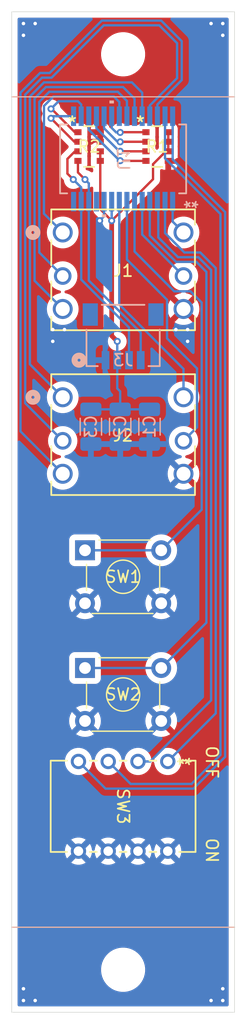
<source format=kicad_pcb>
(kicad_pcb (version 20240108) (generator "pcbnew") (generator_version "8.0")
  (layers (0 "F.Cu" signal) (31 "B.Cu" signal) (34 "B.Paste" user) (35 "F.Paste" user) (36 "B.SilkS" user "B.Silkscreen") (37 "F.SilkS" user "F.Silkscreen") (38 "B.Mask" user) (39 "F.Mask" user) (44 "Edge.Cuts" user))
  (net 0 "")
  (net 1 "/SDA")
  (net 2 "/SCL")
  (net 3 "/ADDR2")
  (net 6 "/ADDR1")
  (net 7 "/ADDR0")
  (net 8 "/JOY1_BTN5")
  (net 9 "/JOY1_BTN1")
  (net 10 "/JOY1_BTN2")
  (net 11 "/JOY1_BTN3")
  (net 12 "/JOY1_BTN4")
  (net 13 "/JOY2_BTN1")
  (net 14 "/JOY2_BTN5")
  (net 15 "/JOY2_BTN4")
  (net 16 "/JOY2_BTN2")
  (net 17 "/JOY2_BTN3")
  (net 18 "/BTN1")
  (net 19 "/BTN2")
  (net 20 "/DIP3")
  (net 21 "/DIP1")
  (net 22 "/DIP2")
  (net 23 "/DIP4")
  (net 24 "/INTB")
  (net 25 "/RESET")
  (net 26 "/INTA")
  (net 27 "/GND")
  (net 28 "/VCC")
  (footprint "Button_Switch_THT:SW_TH_Tactile_Omron_B3F-10xx" (layer "F.Cu") (at 0 -27)
    (property "Reference" "SW2" (at 0 0 0) (layer "F.SilkS"))
    (property "Value" "SW_Omron_B3FS" (hide yes))
    (fp_line (start -3.12 1.15) (end -3.12 -1.05) (stroke (width 0.12)) (layer "F.SilkS"))
    (fp_line (start -2.65 3.12) (end 2.55 3.12) (stroke (width 0.12)) (layer "F.SilkS"))
    (fp_line (start -2.05 -3.12) (end 2.35 -3.12) (stroke (width 0.12)) (layer "F.SilkS"))
    (fp_line (start 3.12 -1.05) (end 3.12 1.15) (stroke (width 0.12)) (layer "F.SilkS"))
    (fp_circle (center 0 0) (end 1 1) (stroke (width 0.12)) (fill none) (layer "F.SilkS"))
    (pad "1" thru_hole rect (at -3.25 -2.25) (size 1.7 1.7) (drill 1) (layers "*.Cu" "*.Mask") (net 19 "/BTN2"))
    (pad "1" thru_hole circle (at 3.25 -2.25) (size 1.7 1.7) (drill 1) (layers "*.Cu" "*.Mask") (net 19 "/BTN2"))
    (pad "2" thru_hole circle (at -3.25 2.25) (size 1.7 1.7) (drill 1) (layers "*.Cu" "*.Mask") (net 27 "/GND"))
    (pad "2" thru_hole circle (at 3.25 2.25) (size 1.7 1.7) (drill 1) (layers "*.Cu" "*.Mask") (net 27 "/GND"))
  )
  (footprint "Button_Switch_THT:SW_TH_Tactile_Omron_B3F-10xx" (layer "F.Cu") (at 0 -37)
    (property "Reference" "SW1" (at 0 0 0) (layer "F.SilkS"))
    (property "Value" "SW_Omron_B3FS" (hide yes))
    (fp_line (start -3.12 1.15) (end -3.12 -1.05) (stroke (width 0.12)) (layer "F.SilkS"))
    (fp_line (start -2.65 3.12) (end 2.55 3.12) (stroke (width 0.12)) (layer "F.SilkS"))
    (fp_line (start -2.05 -3.12) (end 2.35 -3.12) (stroke (width 0.12)) (layer "F.SilkS"))
    (fp_line (start 3.12 -1.05) (end 3.12 1.15) (stroke (width 0.12)) (layer "F.SilkS"))
    (fp_circle (center 0 0) (end 1 1) (stroke (width 0.12)) (fill none) (layer "F.SilkS"))
    (pad "1" thru_hole rect (at -3.25 -2.25) (size 1.7 1.7) (drill 1) (layers "*.Cu" "*.Mask") (net 18 "/BTN1"))
    (pad "1" thru_hole circle (at 3.25 -2.25) (size 1.7 1.7) (drill 1) (layers "*.Cu" "*.Mask") (net 18 "/BTN1"))
    (pad "2" thru_hole circle (at -3.25 2.25) (size 1.7 1.7) (drill 1) (layers "*.Cu" "*.Mask") (net 27 "/GND"))
    (pad "2" thru_hole circle (at 3.25 2.25) (size 1.7 1.7) (drill 1) (layers "*.Cu" "*.Mask") (net 27 "/GND"))
  )
  (footprint "MountingHole:MountingHole_3.5mm" (layer "F.Cu") (at 0 -3.613)
    (property "Reference" "REF**" (hide yes))
    (property "Value" "MountingHole_3.5mm" (hide yes))
    (pad "" np_thru_hole circle (at 0 0) (size 3.5 3.5) (drill 3.5) (layers "F&B.Cu" "*.Mask"))
  )
  (footprint "EXB_V8V103JV:EXBV8V_PAN" (layer "F.Cu") (at 2.9 -73.55)
    (property "Reference" "R1" (at 0 0 0) (layer "F.SilkS"))
    (property "Value" "10k" (hide yes))
    (fp_line (start -0.432758 -1.7272) (end 0.432758 -1.7272) (stroke (width 0.1524)) (layer "F.SilkS"))
    (fp_line (start -0.432758 1.7272) (end 0.432758 1.7272) (stroke (width 0.1524)) (layer "F.SilkS"))
    (fp_text user "*" (at -1.4351 -2.032 0) (layer "F.SilkS"))
    (fp_text user "*" (at -1.4351 -2.032 0) (layer "F.SilkS"))
    (pad "1" smd rect (at -0.9525 -1.2192) (size 0.6096 0.508) (layers "F.Cu" "F.Paste" "F.Mask") (net 26 "/INTA"))
    (pad "2" smd rect (at -0.9525 -0.4064) (size 0.6096 0.508) (layers "F.Cu" "F.Paste" "F.Mask") (net 24 "/INTB"))
    (pad "3" smd rect (at -0.9525 0.4064) (size 0.6096 0.508) (layers "F.Cu" "F.Paste" "F.Mask") (net 25 "/RESET"))
    (pad "4" smd rect (at -0.9525 1.2192) (size 0.6096 0.508) (layers "F.Cu" "F.Paste" "F.Mask") (net 3 "/ADDR2"))
    (pad "5" smd rect (at 0.9525 1.2192) (size 0.6096 0.508) (layers "F.Cu" "F.Paste" "F.Mask") (net 27 "/GND"))
    (pad "6" smd rect (at 0.9525 0.4064) (size 0.6096 0.508) (layers "F.Cu" "F.Paste" "F.Mask") (net 28 "/VCC"))
    (pad "7" smd rect (at 0.9525 -0.4064) (size 0.6096 0.508) (layers "F.Cu" "F.Paste" "F.Mask") (net 28 "/VCC"))
    (pad "8" smd rect (at 0.9525 -1.2192) (size 0.6096 0.508) (layers "F.Cu" "F.Paste" "F.Mask") (net 28 "/VCC"))
  )
  (footprint "SKQUCAA010:CONN_SKQUC_ALPS" (layer "F.Cu") (at 0 -63)
    (property "Reference" "J1" (at 0 0 0) (layer "F.SilkS"))
    (property "Value" "SKQUCAA010" (hide yes))
    (fp_circle (center -7.69 -3.250001) (end -7.309 -3.250001) (stroke (width 0.508)) (fill none) (layer "B.SilkS"))
    (fp_line (start -6.1279 -5.207) (end -6.1279 -3.916871) (stroke (width 0.1524)) (layer "F.SilkS"))
    (fp_line (start -6.1279 -2.583131) (end -6.1279 -0.463165) (stroke (width 0.1524)) (layer "F.SilkS"))
    (fp_line (start -6.1279 0.913165) (end -6.1279 2.583132) (stroke (width 0.1524)) (layer "F.SilkS"))
    (fp_line (start -6.1279 3.916871) (end -6.1279 5.0546) (stroke (width 0.1524)) (layer "F.SilkS"))
    (fp_line (start -6.1279 5.0546) (end 6.1279 5.0546) (stroke (width 0.1524)) (layer "F.SilkS"))
    (fp_line (start 6.1279 -5.207) (end -6.1279 -5.207) (stroke (width 0.1524)) (layer "F.SilkS"))
    (fp_line (start 6.1279 -3.916871) (end 6.1279 -5.207) (stroke (width 0.1524)) (layer "F.SilkS"))
    (fp_line (start 6.1279 -0.463165) (end 6.1279 -2.583131) (stroke (width 0.1524)) (layer "F.SilkS"))
    (fp_line (start 6.1279 2.583132) (end 6.1279 0.913165) (stroke (width 0.1524)) (layer "F.SilkS"))
    (fp_line (start 6.1279 5.0546) (end 6.1279 3.916871) (stroke (width 0.1524)) (layer "F.SilkS"))
    (pad "1" thru_hole circle (at -5.15 -3.250001) (size 1.7018 1.7018) (drill 1.1938) (layers "*.Cu" "*.Mask") (net 9 "/JOY1_BTN1"))
    (pad "2" thru_hole circle (at -5.15 0.45) (size 1.4986 1.4986) (drill 0.9906) (layers "*.Cu" "*.Mask") (net 10 "/JOY1_BTN2"))
    (pad "3" thru_hole circle (at -5.15 3.250001) (size 1.7018 1.7018) (drill 1.1938) (layers "*.Cu" "*.Mask") (net 11 "/JOY1_BTN3"))
    (pad "4" thru_hole circle (at 5.15 3.250001) (size 1.7018 1.7018) (drill 1.1938) (layers "*.Cu" "*.Mask") (net 27 "/GND"))
    (pad "5" thru_hole circle (at 5.15 0.45) (size 1.4986 1.4986) (drill 0.9906) (layers "*.Cu" "*.Mask") (net 12 "/JOY1_BTN4"))
    (pad "6" thru_hole circle (at 5.15 -3.250001) (size 1.7018 1.7018) (drill 1.1938) (layers "*.Cu" "*.Mask") (net 8 "/JOY1_BTN5"))
  )
  (footprint "A6TN_4101:SW_A6TN-4101_OMR" (layer "F.Cu") (at 0 -17.5 -90)
    (property "Reference" "SW3" (at 0 0 -90) (layer "F.SilkS"))
    (property "Value" "A6TN-4101" (hide yes))
    (fp_line (start -3.877 6.177) (end 3.877 6.177) (stroke (width 0.1524)) (layer "F.SilkS"))
    (fp_line (start 3.877 6.177) (end 3.877 4.794513) (stroke (width 0.1524)) (layer "F.SilkS"))
    (fp_line (start -3.877 4.794513) (end -3.877 6.177) (stroke (width 0.1524)) (layer "F.SilkS"))
    (fp_line (start 3.877 2.825487) (end 3.877 2.254513) (stroke (width 0.1524)) (layer "F.SilkS"))
    (fp_line (start -3.877 2.254513) (end -3.877 2.825487) (stroke (width 0.1524)) (layer "F.SilkS"))
    (fp_line (start 3.877 0.285487) (end 3.877 -0.285487) (stroke (width 0.1524)) (layer "F.SilkS"))
    (fp_line (start -3.877 -0.285487) (end -3.877 0.285487) (stroke (width 0.1524)) (layer "F.SilkS"))
    (fp_line (start 3.877 -2.254513) (end 3.877 -2.825487) (stroke (width 0.1524)) (layer "F.SilkS"))
    (fp_line (start -3.877 -2.825487) (end -3.877 -2.254513) (stroke (width 0.1524)) (layer "F.SilkS"))
    (fp_line (start 3.877 -4.794513) (end 3.877 -6.177) (stroke (width 0.1524)) (layer "F.SilkS"))
    (fp_line (start -3.877 -6.177) (end -3.877 -4.794513) (stroke (width 0.1524)) (layer "F.SilkS"))
    (fp_line (start 3.877 -6.177) (end -3.877 -6.177) (stroke (width 0.1524)) (layer "F.SilkS"))
    (fp_text user "ON" (at 3.75 -7.574 -90) (layer "F.SilkS"))
    (fp_text user "*" (at -3.81 -5.22605 -90) (layer "F.SilkS"))
    (fp_text user "OFF" (at -3.75 -7.574 -90) (layer "F.SilkS"))
    (fp_text user "*" (at -3.81 -5.22605 90) (layer "F.SilkS"))
    (pad "1" thru_hole circle (at -3.81 -3.81 270) (size 1.3081 1.3081) (drill 0.8128) (layers "*.Cu" "*.Mask") (net 21 "/DIP1"))
    (pad "2" thru_hole circle (at -3.81 -1.27 270) (size 1.3081 1.3081) (drill 0.8128) (layers "*.Cu" "*.Mask") (net 22 "/DIP2"))
    (pad "3" thru_hole circle (at -3.81 1.27 270) (size 1.3081 1.3081) (drill 0.8128) (layers "*.Cu" "*.Mask") (net 20 "/DIP3"))
    (pad "4" thru_hole circle (at -3.81 3.81 270) (size 1.3081 1.3081) (drill 0.8128) (layers "*.Cu" "*.Mask") (net 23 "/DIP4"))
    (pad "5" thru_hole circle (at 3.81 3.81 270) (size 1.3081 1.3081) (drill 0.8128) (layers "*.Cu" "*.Mask") (net 27 "/GND"))
    (pad "6" thru_hole circle (at 3.81 1.27 270) (size 1.3081 1.3081) (drill 0.8128) (layers "*.Cu" "*.Mask") (net 27 "/GND"))
    (pad "7" thru_hole circle (at 3.81 -1.27 270) (size 1.3081 1.3081) (drill 0.8128) (layers "*.Cu" "*.Mask") (net 27 "/GND"))
    (pad "8" thru_hole circle (at 3.81 -3.81 270) (size 1.3081 1.3081) (drill 0.8128) (layers "*.Cu" "*.Mask") (net 27 "/GND"))
  )
  (footprint "SKQUCAA010:CONN_SKQUC_ALPS" (layer "F.Cu") (at 0 -49)
    (property "Reference" "J2" (at 0 0 0) (layer "F.SilkS"))
    (property "Value" "SKQUCAA010" (hide yes))
    (fp_circle (center -7.69 -3.250001) (end -7.309 -3.250001) (stroke (width 0.508)) (fill none) (layer "B.SilkS"))
    (fp_line (start -6.1279 -5.207) (end -6.1279 -3.916871) (stroke (width 0.1524)) (layer "F.SilkS"))
    (fp_line (start -6.1279 -2.583131) (end -6.1279 -0.463165) (stroke (width 0.1524)) (layer "F.SilkS"))
    (fp_line (start -6.1279 0.913165) (end -6.1279 2.583132) (stroke (width 0.1524)) (layer "F.SilkS"))
    (fp_line (start -6.1279 3.916871) (end -6.1279 5.0546) (stroke (width 0.1524)) (layer "F.SilkS"))
    (fp_line (start -6.1279 5.0546) (end 6.1279 5.0546) (stroke (width 0.1524)) (layer "F.SilkS"))
    (fp_line (start 6.1279 -5.207) (end -6.1279 -5.207) (stroke (width 0.1524)) (layer "F.SilkS"))
    (fp_line (start 6.1279 -3.916871) (end 6.1279 -5.207) (stroke (width 0.1524)) (layer "F.SilkS"))
    (fp_line (start 6.1279 -0.463165) (end 6.1279 -2.583131) (stroke (width 0.1524)) (layer "F.SilkS"))
    (fp_line (start 6.1279 2.583132) (end 6.1279 0.913165) (stroke (width 0.1524)) (layer "F.SilkS"))
    (fp_line (start 6.1279 5.0546) (end 6.1279 3.916871) (stroke (width 0.1524)) (layer "F.SilkS"))
    (pad "1" thru_hole circle (at -5.15 -3.250001) (size 1.7018 1.7018) (drill 1.1938) (layers "*.Cu" "*.Mask") (net 13 "/JOY2_BTN1"))
    (pad "2" thru_hole circle (at -5.15 0.45) (size 1.4986 1.4986) (drill 0.9906) (layers "*.Cu" "*.Mask") (net 16 "/JOY2_BTN2"))
    (pad "3" thru_hole circle (at -5.15 3.250001) (size 1.7018 1.7018) (drill 1.1938) (layers "*.Cu" "*.Mask") (net 17 "/JOY2_BTN3"))
    (pad "4" thru_hole circle (at 5.15 3.250001) (size 1.7018 1.7018) (drill 1.1938) (layers "*.Cu" "*.Mask") (net 27 "/GND"))
    (pad "5" thru_hole circle (at 5.15 0.45) (size 1.4986 1.4986) (drill 0.9906) (layers "*.Cu" "*.Mask") (net 15 "/JOY2_BTN4"))
    (pad "6" thru_hole circle (at 5.15 -3.250001) (size 1.7018 1.7018) (drill 1.1938) (layers "*.Cu" "*.Mask") (net 14 "/JOY2_BTN5"))
  )
  (footprint "EXB_V8V103JV:EXBV8V_PAN" (layer "F.Cu") (at -2.9 -73.55)
    (property "Reference" "R2" (at 0 0 0) (layer "F.SilkS"))
    (property "Value" "5k" (hide yes))
    (fp_line (start -0.432758 -1.7272) (end 0.432758 -1.7272) (stroke (width 0.1524)) (layer "F.SilkS"))
    (fp_line (start -0.432758 1.7272) (end 0.432758 1.7272) (stroke (width 0.1524)) (layer "F.SilkS"))
    (fp_text user "*" (at -1.4351 -2.032 0) (layer "F.SilkS"))
    (fp_text user "*" (at -1.4351 -2.032 0) (layer "F.SilkS"))
    (pad "1" smd rect (at -0.9525 -1.2192) (size 0.6096 0.508) (layers "F.Cu" "F.Paste" "F.Mask") (net 6 "/ADDR1"))
    (pad "2" smd rect (at -0.9525 -0.4064) (size 0.6096 0.508) (layers "F.Cu" "F.Paste" "F.Mask") (net 7 "/ADDR0"))
    (pad "3" smd rect (at -0.9525 0.4064) (size 0.6096 0.508) (layers "F.Cu" "F.Paste" "F.Mask") (net 1 "/SDA"))
    (pad "4" smd rect (at -0.9525 1.2192) (size 0.6096 0.508) (layers "F.Cu" "F.Paste" "F.Mask") (net 2 "/SCL"))
    (pad "5" smd rect (at 0.9525 1.2192) (size 0.6096 0.508) (layers "F.Cu" "F.Paste" "F.Mask") (net 28 "/VCC"))
    (pad "6" smd rect (at 0.9525 0.4064) (size 0.6096 0.508) (layers "F.Cu" "F.Paste" "F.Mask") (net 28 "/VCC"))
    (pad "7" smd rect (at 0.9525 -0.4064) (size 0.6096 0.508) (layers "F.Cu" "F.Paste" "F.Mask") (net 27 "/GND"))
    (pad "8" smd rect (at 0.9525 -1.2192) (size 0.6096 0.508) (layers "F.Cu" "F.Paste" "F.Mask") (net 27 "/GND"))
  )
  (footprint "MountingHole:MountingHole_3.5mm" (layer "F.Cu") (at 0 -81.387)
    (property "Reference" "REF**" (hide yes))
    (property "Value" "MountingHole_3.5mm" (hide yes))
    (pad "" np_thru_hole circle (at 0 0) (size 3.5 3.5) (drill 3.5) (layers "*.Cu" "*.Mask"))
  )
  (footprint "SM04B_SRSS_TB:CONN_SM04B-SRSS-TB_JST" (layer "B.Cu") (at 0 -57.5 180)
    (property "Reference" "J3" (at 0 -2.0985 0) (layer "B.SilkS") (effects (justify mirror)))
    (property "Value" "SM04B-SRSS-TB" (hide yes))
    (fp_line (start 3.1242 0.491261) (end 3.1242 -2.6035) (stroke (width 0.1524)) (layer "B.SilkS"))
    (fp_line (start 3.1242 -2.6035) (end 2.16294 -2.6035) (stroke (width 0.1524)) (layer "B.SilkS"))
    (fp_line (start -1.819559 2.6035) (end 1.819559 2.6035) (stroke (width 0.1524)) (layer "B.SilkS"))
    (fp_line (start -2.16294 -2.6035) (end -3.1242 -2.6035) (stroke (width 0.1524)) (layer "B.SilkS"))
    (fp_line (start -3.1242 -2.6035) (end -3.1242 0.491261) (stroke (width 0.1524)) (layer "B.SilkS"))
    (fp_circle (center 3.7592 -2.0985) (end 4.1402 -2.0985) (stroke (width 0.508)) (fill none) (layer "B.SilkS"))
    (fp_circle (center 3.7592 -2.0985) (end 4.1402 -2.0985) (stroke (width 0.508)) (fill none) (layer "F.SilkS"))
    (pad "1" smd rect (at 1.5 -2.0985 180) (size 0.6604 1.5494) (layers "B.Cu" "B.Paste" "B.Mask") (net 27 "/GND"))
    (pad "2" smd rect (at 0.499999 -2.0985 180) (size 0.6604 1.5494) (layers "B.Cu" "B.Paste" "B.Mask") (net 28 "/VCC"))
    (pad "3" smd rect (at -0.499999 -2.0985 180) (size 0.6604 1.5494) (layers "B.Cu" "B.Paste" "B.Mask") (net 1 "/SDA"))
    (pad "4" smd rect (at -1.5 -2.0985 180) (size 0.6604 1.5494) (layers "B.Cu" "B.Paste" "B.Mask") (net 2 "/SCL"))
    (pad "5" smd rect (at -2.799999 1.776501 90) (size 1.905 1.2954) (layers "B.Cu" "B.Paste" "B.Mask"))
    (pad "6" smd rect (at 2.799999 1.776501 90) (size 1.905 1.2954) (layers "B.Cu" "B.Paste" "B.Mask"))
  )
  (footprint "Capacitor_SMD:C_1206_3216Metric" (layer "B.Cu") (at 2.25 -49.75 -90)
    (property "Reference" "C1" (at 0 0 90) (layer "B.SilkS") (effects (justify mirror)))
    (property "Value" "10uF" (hide yes))
    (fp_line (start 0.711252 0.91) (end -0.711252 0.91) (stroke (width 0.12)) (layer "B.SilkS"))
    (fp_line (start 0.711252 -0.91) (end -0.711252 -0.91) (stroke (width 0.12)) (layer "B.SilkS"))
    (pad "1" smd roundrect (at -1.475 0 270) (size 1.15 1.8) (layers "B.Cu" "B.Paste" "B.Mask") (roundrect_rratio 0.217391) (net 28 "/VCC"))
    (pad "2" smd roundrect (at 1.475 0 270) (size 1.15 1.8) (layers "B.Cu" "B.Paste" "B.Mask") (roundrect_rratio 0.217391) (net 27 "/GND"))
  )
  (footprint "Capacitor_SMD:C_1206_3216Metric" (layer "B.Cu") (at -2.75 -49.75 -90)
    (property "Reference" "C3" (at 0 0 90) (layer "B.SilkS") (effects (justify mirror)))
    (property "Value" "10uF" (hide yes))
    (fp_line (start 0.711252 0.91) (end -0.711252 0.91) (stroke (width 0.12)) (layer "B.SilkS"))
    (fp_line (start 0.711252 -0.91) (end -0.711252 -0.91) (stroke (width 0.12)) (layer "B.SilkS"))
    (pad "1" smd roundrect (at -1.475 0 270) (size 1.15 1.8) (layers "B.Cu" "B.Paste" "B.Mask") (roundrect_rratio 0.217391) (net 28 "/VCC"))
    (pad "2" smd roundrect (at 1.475 0 270) (size 1.15 1.8) (layers "B.Cu" "B.Paste" "B.Mask") (roundrect_rratio 0.217391) (net 27 "/GND"))
  )
  (footprint "MCP23017:SSOP28_MC_MCH" (layer "B.Cu") (at 0 -72.5 90)
    (property "Reference" "U1" (at 0 0 -90) (layer "B.SilkS") (effects (justify mirror)))
    (property "Value" "MCP23017T-E/SS" (hide yes))
    (fp_line (start 2.926999 -5.377) (end -2.926999 -5.377) (stroke (width 0.1524)) (layer "B.SilkS"))
    (fp_line (start -2.926999 -5.377) (end -2.926999 -4.773638) (stroke (width 0.1524)) (layer "B.SilkS"))
    (fp_line (start 2.926999 -4.77364) (end 2.926999 -5.377) (stroke (width 0.1524)) (layer "B.SilkS"))
    (fp_line (start -2.926999 4.77364) (end -2.926999 5.377) (stroke (width 0.1524)) (layer "B.SilkS"))
    (fp_line (start 2.926999 5.377) (end 2.926999 4.77364) (stroke (width 0.1524)) (layer "B.SilkS"))
    (fp_line (start -2.926999 5.377) (end 2.926999 5.377) (stroke (width 0.1524)) (layer "B.SilkS"))
    (fp_poly (pts (xy -4.963602 -1.434498) (xy -4.963602 -1.815498) (xy -4.709602 -1.815498) (xy -4.709602 -1.434498)) (fill solid) (layer "B.SilkS"))
    (fp_poly (pts (xy 4.963602 -0.784499) (xy 4.963602 -1.165499) (xy 4.709602 -1.165499) (xy 4.709602 -0.784499)) (fill solid) (layer "B.SilkS"))
    (fp_text user "*" (at -3.881801 5.7998 -90) (layer "B.SilkS") (effects (justify mirror)))
    (fp_text user "*" (at -3.881801 5.7998 -90) (layer "B.SilkS") (effects (justify mirror)))
    (pad "1" smd rect (at -3.627801 4.225 90) (size 1.655601 0.4318) (layers "B.Cu" "B.Paste" "B.Mask") (net 8 "/JOY1_BTN5"))
    (pad "2" smd rect (at -3.627801 3.574999 90) (size 1.655601 0.4318) (layers "B.Cu" "B.Paste" "B.Mask") (net 21 "/DIP1"))
    (pad "3" smd rect (at -3.627801 2.925 90) (size 1.655601 0.4318) (layers "B.Cu" "B.Paste" "B.Mask") (net 22 "/DIP2"))
    (pad "4" smd rect (at -3.627801 2.274999 90) (size 1.655601 0.4318) (layers "B.Cu" "B.Paste" "B.Mask") (net 19 "/BTN2"))
    (pad "5" smd rect (at -3.627801 1.625001 90) (size 1.655601 0.4318) (layers "B.Cu" "B.Paste" "B.Mask") (net 12 "/JOY1_BTN4"))
    (pad "6" smd rect (at -3.627801 0.974999 90) (size 1.655601 0.4318) (layers "B.Cu" "B.Paste" "B.Mask") (net 18 "/BTN1"))
    (pad "7" smd rect (at -3.627801 0.325001 90) (size 1.655601 0.4318) (layers "B.Cu" "B.Paste" "B.Mask") (net 15 "/JOY2_BTN4"))
    (pad "8" smd rect (at -3.627801 -0.324998 90) (size 1.655601 0.4318) (layers "B.Cu" "B.Paste" "B.Mask") (net 14 "/JOY2_BTN5"))
    (pad "9" smd rect (at -3.627801 -0.974999 90) (size 1.655601 0.4318) (layers "B.Cu" "B.Paste" "B.Mask") (net 28 "/VCC"))
    (pad "10" smd rect (at -3.627801 -1.624998 90) (size 1.655601 0.4318) (layers "B.Cu" "B.Paste" "B.Mask") (net 27 "/GND"))
    (pad "11" smd rect (at -3.627801 -2.274999 90) (size 1.655601 0.4318) (layers "B.Cu" "B.Paste" "B.Mask"))
    (pad "12" smd rect (at -3.627801 -2.924998 90) (size 1.655601 0.4318) (layers "B.Cu" "B.Paste" "B.Mask") (net 2 "/SCL"))
    (pad "13" smd rect (at -3.627801 -3.574999 90) (size 1.655601 0.4318) (layers "B.Cu" "B.Paste" "B.Mask") (net 1 "/SDA"))
    (pad "14" smd rect (at -3.627801 -4.224998 90) (size 1.655601 0.4318) (layers "B.Cu" "B.Paste" "B.Mask"))
    (pad "15" smd rect (at 3.627801 -4.225 90) (size 1.655601 0.4318) (layers "B.Cu" "B.Paste" "B.Mask") (net 7 "/ADDR0"))
    (pad "16" smd rect (at 3.627801 -3.574999 90) (size 1.655601 0.4318) (layers "B.Cu" "B.Paste" "B.Mask") (net 6 "/ADDR1"))
    (pad "17" smd rect (at 3.627801 -2.925 90) (size 1.655601 0.4318) (layers "B.Cu" "B.Paste" "B.Mask") (net 3 "/ADDR2"))
    (pad "18" smd rect (at 3.627801 -2.274999 90) (size 1.655601 0.4318) (layers "B.Cu" "B.Paste" "B.Mask") (net 25 "/RESET"))
    (pad "19" smd rect (at 3.627801 -1.625001 90) (size 1.655601 0.4318) (layers "B.Cu" "B.Paste" "B.Mask") (net 24 "/INTB"))
    (pad "20" smd rect (at 3.627801 -0.974999 90) (size 1.655601 0.4318) (layers "B.Cu" "B.Paste" "B.Mask") (net 26 "/INTA"))
    (pad "21" smd rect (at 3.627801 -0.325001 90) (size 1.655601 0.4318) (layers "B.Cu" "B.Paste" "B.Mask") (net 9 "/JOY1_BTN1"))
    (pad "22" smd rect (at 3.627801 0.325001 90) (size 1.655601 0.4318) (layers "B.Cu" "B.Paste" "B.Mask") (net 10 "/JOY1_BTN2"))
    (pad "23" smd rect (at 3.627801 0.974999 90) (size 1.655601 0.4318) (layers "B.Cu" "B.Paste" "B.Mask") (net 11 "/JOY1_BTN3"))
    (pad "24" smd rect (at 3.627801 1.625001 90) (size 1.655601 0.4318) (layers "B.Cu" "B.Paste" "B.Mask") (net 13 "/JOY2_BTN1"))
    (pad "25" smd rect (at 3.627801 2.274999 90) (size 1.655601 0.4318) (layers "B.Cu" "B.Paste" "B.Mask") (net 16 "/JOY2_BTN2"))
    (pad "26" smd rect (at 3.627801 2.925 90) (size 1.655601 0.4318) (layers "B.Cu" "B.Paste" "B.Mask") (net 17 "/JOY2_BTN3"))
    (pad "27" smd rect (at 3.627801 3.574999 90) (size 1.655601 0.4318) (layers "B.Cu" "B.Paste" "B.Mask") (net 20 "/DIP3"))
    (pad "28" smd rect (at 3.627801 4.225 90) (size 1.655601 0.4318) (layers "B.Cu" "B.Paste" "B.Mask") (net 23 "/DIP4"))
  )
  (footprint "Capacitor_SMD:C_1206_3216Metric" (layer "B.Cu") (at -0.25 -49.75 -90)
    (property "Reference" "C2" (at 0 0 90) (layer "B.SilkS") (effects (justify mirror)))
    (property "Value" "10uF" (hide yes))
    (fp_line (start 0.711252 0.91) (end -0.711252 0.91) (stroke (width 0.12)) (layer "B.SilkS"))
    (fp_line (start 0.711252 -0.91) (end -0.711252 -0.91) (stroke (width 0.12)) (layer "B.SilkS"))
    (pad "1" smd roundrect (at -1.475 0 270) (size 1.15 1.8) (layers "B.Cu" "B.Paste" "B.Mask") (roundrect_rratio 0.217391) (net 28 "/VCC"))
    (pad "2" smd roundrect (at 1.475 0 270) (size 1.15 1.8) (layers "B.Cu" "B.Paste" "B.Mask") (roundrect_rratio 0.217391) (net 27 "/GND"))
  )
  (gr_line (start -9.5 -77.774) (end 9.5 -77.774) (stroke (width 0.1)) (layer "B.SilkS"))
  (gr_line (start -9.5 -7.226) (end 9.5 -7.226) (stroke (width 0.1)) (layer "B.SilkS"))
  (gr_line (start -9.5 -7.226) (end 9.5 -7.226) (stroke (width 0.1)) (layer "F.SilkS"))
  (gr_line (start -9.5 -77.774) (end 9.5 -77.774) (stroke (width 0.1)) (layer "F.SilkS"))
  (gr_rect (start -9.5 -85) (end 9.5 0) (stroke (width 0.05)) (fill none) (layer "Edge.Cuts"))
  (segment (start -4.1064 -73.1436) (end -3.8525 -73.1436) (width 0.2) (layer "F.Cu") (net 1))
  (segment (start -4.25 -70.75) (end -4.75 -71.25) (width 0.2) (layer "F.Cu") (net 1))
  (segment (start -4.75 -72.5) (end -4.1064 -73.1436) (width 0.2) (layer "F.Cu") (net 1))
  (segment (start -4.75 -71.25) (end -4.75 -72.5) (width 0.2) (layer "F.Cu") (net 1))
  (via (at -4.25 -70.75) (size 0.6) (drill 0.3) (layers "F.Cu" "B.Cu") (net 1))
  (segment (start -3.574999 -70.074999) (end -3.574999 -68.872199) (width 0.2) (layer "B.Cu") (net 1))
  (segment (start -3.574999 -62.251701) (end 0.499999 -58.176703) (width 0.2) (layer "B.Cu") (net 1))
  (segment (start 0.499999 -58.176703) (end 0.499999 -55.4015) (width 0.2) (layer "B.Cu") (net 1))
  (segment (start -3.574999 -68.872199) (end -3.574999 -62.251701) (width 0.2) (layer "B.Cu") (net 1))
  (segment (start -4.25 -70.75) (end -3.574999 -70.074999) (width 0.2) (layer "B.Cu") (net 1))
  (segment (start -3.25 -70.75) (end -3.8525 -71.3525) (width 0.2) (layer "F.Cu") (net 2))
  (segment (start -3.8525 -71.3525) (end -3.8525 -72.3308) (width 0.2) (layer "F.Cu") (net 2))
  (via (at -3.25 -70.75) (size 0.6) (drill 0.3) (layers "F.Cu" "B.Cu") (net 2))
  (segment (start -2.924998 -68.872199) (end -2.924998 -62.167386) (width 0.2) (layer "B.Cu") (net 2))
  (segment (start 1.5 -57.742388) (end 1.5 -55.4015) (width 0.2) (layer "B.Cu") (net 2))
  (segment (start -2.924998 -62.167386) (end 1.5 -57.742388) (width 0.2) (layer "B.Cu") (net 2))
  (segment (start -2.924998 -70.424998) (end -2.924998 -68.872199) (width 0.2) (layer "B.Cu") (net 2))
  (segment (start -3.25 -70.75) (end -2.924998 -70.424998) (width 0.2) (layer "B.Cu") (net 2))
  (segment (start -0.230809 -72.3308) (end 1.9475 -72.3308) (width 0.2) (layer "F.Cu") (net 3))
  (segment (start -0.25 -72.349991) (end -0.230809 -72.3308) (width 0.2) (layer "F.Cu") (net 3))
  (via (at -0.25 -72.349991) (size 0.6) (drill 0.3) (layers "F.Cu" "B.Cu") (net 3))
  (segment (start -2.925 -76.127801) (end -2.925 -74.976465) (width 0.2) (layer "B.Cu") (net 3))
  (segment (start -2.925 -74.976465) (end -0.298526 -72.349991) (width 0.2) (layer "B.Cu") (net 3))
  (segment (start -0.298526 -72.349991) (end -0.25 -72.349991) (width 0.2) (layer "B.Cu") (net 3))
  (segment (start -4.120674 -74.7692) (end -3.8525 -74.7692) (width 0.2) (layer "F.Cu") (net 6))
  (segment (start -6.101474 -76.75) (end -4.120674 -74.7692) (width 0.2) (layer "F.Cu") (net 6))
  (segment (start -6.15 -76.75) (end -6.101474 -76.75) (width 0.2) (layer "F.Cu") (net 6))
  (via (at -6.15 -76.75) (size 0.6) (drill 0.3) (layers "F.Cu" "B.Cu") (net 6))
  (segment (start -6.15 -76.75) (end -5.5 -77.4) (width 0.2) (layer "B.Cu") (net 6))
  (segment (start -3.853499 -77.4) (end -3.574999 -77.1215) (width 0.2) (layer "B.Cu") (net 6))
  (segment (start -3.574999 -77.1215) (end -3.574999 -76.127801) (width 0.2) (layer "B.Cu") (net 6))
  (segment (start -5.5 -77.4) (end -3.853499 -77.4) (width 0.2) (layer "B.Cu") (net 6))
  (segment (start -6.15 -75.949997) (end -4.156403 -73.9564) (width 0.2) (layer "F.Cu") (net 7))
  (segment (start -4.156403 -73.9564) (end -3.8525 -73.9564) (width 0.2) (layer "F.Cu") (net 7))
  (via (at -6.15 -75.949997) (size 0.6) (drill 0.3) (layers "F.Cu" "B.Cu") (net 7))
  (segment (start -6.15 -75.949997) (end -5.972196 -76.127801) (width 0.2) (layer "B.Cu") (net 7))
  (segment (start -5.972196 -76.127801) (end -4.225 -76.127801) (width 0.2) (layer "B.Cu") (net 7))
  (segment (start 4.225 -67.175001) (end 5.15 -66.250001) (width 0.2) (layer "B.Cu") (net 8))
  (segment (start 4.225 -68.872199) (end 4.225 -67.175001) (width 0.2) (layer "B.Cu") (net 8))
  (segment (start -0.792541 -77.8) (end -0.325001 -77.33246) (width 0.2) (layer "B.Cu") (net 9))
  (segment (start -5.95 -77.8) (end -0.792541 -77.8) (width 0.2) (layer "B.Cu") (net 9))
  (segment (start -0.325001 -77.33246) (end -0.325001 -76.127801) (width 0.2) (layer "B.Cu") (net 9))
  (segment (start -6.75 -67.850001) (end -6.75 -77) (width 0.2) (layer "B.Cu") (net 9))
  (segment (start -5.15 -66.250001) (end -6.75 -67.850001) (width 0.2) (layer "B.Cu") (net 9))
  (segment (start -6.75 -77) (end -5.95 -77.8) (width 0.2) (layer "B.Cu") (net 9))
  (segment (start -5.15 -62.55) (end -7.15 -64.55) (width 0.2) (layer "B.Cu") (net 10))
  (segment (start 0.325001 -77.424999) (end 0.325001 -76.127801) (width 0.2) (layer "B.Cu") (net 10))
  (segment (start -0.45 -78.2) (end 0.325001 -77.424999) (width 0.2) (layer "B.Cu") (net 10))
  (segment (start -7.15 -77.35) (end -6.3 -78.2) (width 0.2) (layer "B.Cu") (net 10))
  (segment (start -6.3 -78.2) (end -0.45 -78.2) (width 0.2) (layer "B.Cu") (net 10))
  (segment (start -7.15 -64.55) (end -7.15 -77.35) (width 0.2) (layer "B.Cu") (net 10))
  (segment (start -7.55 -62.149999) (end -7.55 -77.634314) (width 0.2) (layer "B.Cu") (net 11))
  (segment (start -6.584314 -78.6) (end 0 -78.6) (width 0.2) (layer "B.Cu") (net 11))
  (segment (start 0 -78.6) (end 0.974999 -77.625001) (width 0.2) (layer "B.Cu") (net 11))
  (segment (start -5.15 -59.749999) (end -7.55 -62.149999) (width 0.2) (layer "B.Cu") (net 11))
  (segment (start -7.55 -77.634314) (end -6.584314 -78.6) (width 0.2) (layer "B.Cu") (net 11))
  (segment (start 0.974999 -77.625001) (end 0.974999 -76.127801) (width 0.2) (layer "B.Cu") (net 11))
  (segment (start 1.625001 -66.074999) (end 5.15 -62.55) (width 0.2) (layer "B.Cu") (net 12))
  (segment (start 1.625001 -68.872199) (end 1.625001 -66.074999) (width 0.2) (layer "B.Cu") (net 12))
  (segment (start -5.15 -52.250001) (end -7.95 -55.050001) (width 0.2) (layer "B.Cu") (net 13))
  (segment (start 0.75 -79) (end 1.625001 -78.124999) (width 0.2) (layer "B.Cu") (net 13))
  (segment (start -7.95 -77.8) (end -6.75 -79) (width 0.2) (layer "B.Cu") (net 13))
  (segment (start 1.625001 -78.124999) (end 1.625001 -76.127801) (width 0.2) (layer "B.Cu") (net 13))
  (segment (start -7.95 -55.050001) (end -7.95 -77.8) (width 0.2) (layer "B.Cu") (net 13))
  (segment (start -6.75 -79) (end 0.75 -79) (width 0.2) (layer "B.Cu") (net 13))
  (segment (start -0.324998 -68.872199) (end -0.324998 -60.133072) (width 0.2) (layer "B.Cu") (net 14))
  (segment (start 5.15 -54.658074) (end 5.15 -52.250001) (width 0.2) (layer "B.Cu") (net 14))
  (segment (start -0.324998 -60.133072) (end 5.15 -54.658074) (width 0.2) (layer "B.Cu") (net 14))
  (segment (start 3.747699 -57.252301) (end 6.3009 -54.6991) (width 0.2) (layer "B.Cu") (net 15))
  (segment (start 0.325001 -68.872199) (end 0.325001 -63.951699) (width 0.2) (layer "B.Cu") (net 15))
  (segment (start 0.325001 -63.951699) (end 3.747699 -60.529001) (width 0.2) (layer "B.Cu") (net 15))
  (segment (start 3.747699 -60.529001) (end 3.747699 -57.252301) (width 0.2) (layer "B.Cu") (net 15))
  (segment (start 6.3009 -49.7009) (end 5.15 -48.55) (width 0.2) (layer "B.Cu") (net 15))
  (segment (start 6.3009 -54.6991) (end 6.3009 -49.7009) (width 0.2) (layer "B.Cu") (net 15))
  (segment (start -6.1 -79.4) (end -1.65 -83.85) (width 0.2) (layer "B.Cu") (net 16))
  (segment (start 3.084314 -83.85) (end 4.6 -82.334314) (width 0.2) (layer "B.Cu") (net 16))
  (segment (start -5.15 -48.55) (end -8.35 -51.75) (width 0.2) (layer "B.Cu") (net 16))
  (segment (start 2.274999 -77.037187) (end 2.274999 -76.127801) (width 0.2) (layer "B.Cu") (net 16))
  (segment (start -8.35 -51.75) (end -8.35 -77.965686) (width 0.2) (layer "B.Cu") (net 16))
  (segment (start -8.35 -77.965686) (end -6.915686 -79.4) (width 0.2) (layer "B.Cu") (net 16))
  (segment (start -6.915686 -79.4) (end -6.1 -79.4) (width 0.2) (layer "B.Cu") (net 16))
  (segment (start 4.6 -82.334314) (end 4.6 -79.362188) (width 0.2) (layer "B.Cu") (net 16))
  (segment (start 4.6 -79.362188) (end 2.274999 -77.037187) (width 0.2) (layer "B.Cu") (net 16))
  (segment (start -1.65 -83.85) (end 3.084314 -83.85) (width 0.2) (layer "B.Cu") (net 16))
  (segment (start -6.265686 -79.8) (end -1.815686 -84.25) (width 0.2) (layer "B.Cu") (net 17))
  (segment (start -8.75 -49.349999) (end -8.75 -78.131372) (width 0.2) (layer "B.Cu") (net 17))
  (segment (start -7.081372 -79.8) (end -6.265686 -79.8) (width 0.2) (layer "B.Cu") (net 17))
  (segment (start -1.815686 -84.25) (end 3.25 -84.25) (width 0.2) (layer "B.Cu") (net 17))
  (segment (start 5 -82.5) (end 5 -79.196502) (width 0.2) (layer "B.Cu") (net 17))
  (segment (start 3.25 -84.25) (end 5 -82.5) (width 0.2) (layer "B.Cu") (net 17))
  (segment (start 5 -79.196502) (end 2.925 -77.121502) (width 0.2) (layer "B.Cu") (net 17))
  (segment (start -8.75 -78.131372) (end -7.081372 -79.8) (width 0.2) (layer "B.Cu") (net 17))
  (segment (start -5.15 -45.749999) (end -8.75 -49.349999) (width 0.2) (layer "B.Cu") (net 17))
  (segment (start 2.925 -77.121502) (end 2.925 -76.127801) (width 0.2) (layer "B.Cu") (net 17))
  (segment (start 3.25 -39.25) (end -3.25 -39.25) (width 0.2) (layer "B.Cu") (net 18))
  (segment (start 5.75 -61.25) (end 6.7009 -60.2991) (width 0.2) (layer "B.Cu") (net 18))
  (segment (start 4.358032 -61.25) (end 5.75 -61.25) (width 0.2) (layer "B.Cu") (net 18))
  (segment (start 6.7009 -60.2991) (end 6.7009 -42.7009) (width 0.2) (layer "B.Cu") (net 18))
  (segment (start 0.974999 -64.633033) (end 4.358032 -61.25) (width 0.2) (layer "B.Cu") (net 18))
  (segment (start 0.974999 -68.872199) (end 0.974999 -64.633033) (width 0.2) (layer "B.Cu") (net 18))
  (segment (start 6.7009 -42.7009) (end 3.25 -39.25) (width 0.2) (layer "B.Cu") (net 18))
  (segment (start 6.25 -63.75) (end 7.1009 -62.8991) (width 0.2) (layer "B.Cu") (net 19))
  (segment (start 3.25 -29.25) (end -3.25 -29.25) (width 0.2) (layer "B.Cu") (net 19))
  (segment (start 7.1009 -62.8991) (end 7.1009 -33.1009) (width 0.2) (layer "B.Cu") (net 19))
  (segment (start 7.1009 -33.1009) (end 3.25 -29.25) (width 0.2) (layer "B.Cu") (net 19))
  (segment (start 4.515686 -63.75) (end 6.25 -63.75) (width 0.2) (layer "B.Cu") (net 19))
  (segment (start 2.274999 -68.872199) (end 2.274999 -65.990687) (width 0.2) (layer "B.Cu") (net 19))
  (segment (start 2.274999 -65.990687) (end 4.515686 -63.75) (width 0.2) (layer "B.Cu") (net 19))
  (segment (start 3.574999 -72.54545) (end 3.574999 -76.127801) (width 0.2) (layer "B.Cu") (net 20))
  (segment (start 8.3009 -67.819549) (end 3.574999 -72.54545) (width 0.2) (layer "B.Cu") (net 20))
  (segment (start 8.3009 -21.866586) (end 8.3009 -67.819549) (width 0.2) (layer "B.Cu") (net 20))
  (segment (start 5.834314 -19.4) (end 8.3009 -21.866586) (width 0.2) (layer "B.Cu") (net 20))
  (segment (start -1.27 -21.31) (end 0.64 -19.4) (width 0.2) (layer "B.Cu") (net 20))
  (segment (start 0.64 -19.4) (end 5.834314 -19.4) (width 0.2) (layer "B.Cu") (net 20))
  (segment (start 6.581372 -64.55) (end 7.9009 -63.230472) (width 0.2) (layer "B.Cu") (net 21))
  (segment (start 3.574999 -68.872199) (end 3.574999 -66.197383) (width 0.2) (layer "B.Cu") (net 21))
  (segment (start 7.9009 -25.4009) (end 3.81 -21.31) (width 0.2) (layer "B.Cu") (net 21))
  (segment (start 5.222382 -64.55) (end 6.581372 -64.55) (width 0.2) (layer "B.Cu") (net 21))
  (segment (start 3.574999 -66.197383) (end 5.222382 -64.55) (width 0.2) (layer "B.Cu") (net 21))
  (segment (start 7.9009 -63.230472) (end 7.9009 -25.4009) (width 0.2) (layer "B.Cu") (net 21))
  (segment (start 3 -68.797199) (end 3 -65.831372) (width 0.2) (layer "B.Cu") (net 22))
  (segment (start 7.5009 -63.064786) (end 7.5009 -26.5009) (width 0.2) (layer "B.Cu") (net 22))
  (segment (start 6.415686 -64.15) (end 7.5009 -63.064786) (width 0.2) (layer "B.Cu") (net 22))
  (segment (start 7.5009 -26.5009) (end 2.31 -21.31) (width 0.2) (layer "B.Cu") (net 22))
  (segment (start 2.925 -68.872199) (end 3 -68.797199) (width 0.2) (layer "B.Cu") (net 22))
  (segment (start 4.681372 -64.15) (end 6.415686 -64.15) (width 0.2) (layer "B.Cu") (net 22))
  (segment (start 3 -65.831372) (end 4.681372 -64.15) (width 0.2) (layer "B.Cu") (net 22))
  (segment (start 2.31 -21.31) (end 1.27 -21.31) (width 0.2) (layer "B.Cu") (net 22))
  (segment (start -1.5 -19) (end 6 -19) (width 0.2) (layer "B.Cu") (net 23))
  (segment (start -3.81 -21.31) (end -1.5 -19) (width 0.2) (layer "B.Cu") (net 23))
  (segment (start 8.7009 -67.985235) (end 4.225 -72.461135) (width 0.2) (layer "B.Cu") (net 23))
  (segment (start 4.225 -72.461135) (end 4.225 -76.127801) (width 0.2) (layer "B.Cu") (net 23))
  (segment (start 8.7009 -21.7009) (end 8.7009 -67.985235) (width 0.2) (layer "B.Cu") (net 23))
  (segment (start 6 -19) (end 8.7009 -21.7009) (width 0.2) (layer "B.Cu") (net 23))
  (segment (start -0.243597 -73.9564) (end 1.9475 -73.9564) (width 0.2) (layer "F.Cu") (net 24))
  (segment (start -0.25 -73.949997) (end -0.243597 -73.9564) (width 0.2) (layer "F.Cu") (net 24))
  (via (at -0.25 -73.949997) (size 0.6) (drill 0.3) (layers "F.Cu" "B.Cu") (net 24))
  (segment (start -1.625001 -76.127801) (end -1.625001 -75.100001) (width 0.2) (layer "B.Cu") (net 24))
  (segment (start -0.474997 -73.949997) (end -0.25 -73.949997) (width 0.2) (layer "B.Cu") (net 24))
  (segment (start -1.625001 -75.100001) (end -0.474997 -73.949997) (width 0.2) (layer "B.Cu") (net 24))
  (segment (start -0.243606 -73.1436) (end 1.9475 -73.1436) (width 0.2) (layer "F.Cu") (net 25))
  (segment (start -0.25 -73.149994) (end -0.243606 -73.1436) (width 0.2) (layer "F.Cu") (net 25))
  (via (at -0.25 -73.149994) (size 0.6) (drill 0.3) (layers "F.Cu" "B.Cu") (net 25))
  (segment (start -2.274999 -75.100001) (end -0.324992 -73.149994) (width 0.2) (layer "B.Cu") (net 25))
  (segment (start -0.324992 -73.149994) (end -0.25 -73.149994) (width 0.2) (layer "B.Cu") (net 25))
  (segment (start -2.274999 -76.127801) (end -2.274999 -75.100001) (width 0.2) (layer "B.Cu") (net 25))
  (segment (start -0.2308 -74.7692) (end 1.9475 -74.7692) (width 0.2) (layer "F.Cu") (net 26))
  (segment (start -0.25 -74.75) (end -0.2308 -74.7692) (width 0.2) (layer "F.Cu") (net 26))
  (via (at -0.25 -74.75) (size 0.6) (drill 0.3) (layers "F.Cu" "B.Cu") (net 26))
  (segment (start -0.974999 -75.134099) (end -0.974999 -76.127801) (width 0.2) (layer "B.Cu") (net 26))
  (segment (start -0.25 -74.75) (end -0.5909 -74.75) (width 0.2) (layer "B.Cu") (net 26))
  (segment (start -0.5909 -74.75) (end -0.974999 -75.134099) (width 0.2) (layer "B.Cu") (net 26))
  (via (at -7.5 -84) (size 0.6) (drill 0.3) (layers "F.Cu" "B.Cu") (net 27))
  (via (at -8.5 -84) (size 0.6) (drill 0.3) (layers "F.Cu" "B.Cu") (net 27))
  (via (at 8.5 -83) (size 0.6) (drill 0.3) (layers "F.Cu" "B.Cu") (net 27))
  (via (at 4.5 -58) (size 0.6) (drill 0.3) (layers "F.Cu" "B.Cu") (net 27))
  (via (at -8.5 -2) (size 0.6) (drill 0.3) (layers "F.Cu" "B.Cu") (net 27))
  (via (at 7.5 -84) (size 0.6) (drill 0.3) (layers "F.Cu" "B.Cu") (net 27))
  (via (at -6 -58) (size 0.6) (drill 0.3) (layers "F.Cu" "B.Cu") (net 27))
  (via (at -8.5 -83) (size 0.6) (drill 0.3) (layers "F.Cu" "B.Cu") (net 27))
  (via (at 8.5 -2) (size 0.6) (drill 0.3) (layers "F.Cu" "B.Cu") (net 27))
  (via (at -2 -67.25) (size 0.6) (drill 0.3) (layers "F.Cu" "B.Cu") (net 27))
  (via (at -6 -57) (size 0.6) (drill 0.3) (layers "F.Cu" "B.Cu") (net 27))
  (via (at -8.5 -1) (size 0.6) (drill 0.3) (layers "F.Cu" "B.Cu") (net 27))
  (via (at 8.5 -1) (size 0.6) (drill 0.3) (layers "F.Cu" "B.Cu") (net 27))
  (via (at 7.5 -1) (size 0.6) (drill 0.3) (layers "F.Cu" "B.Cu") (net 27))
  (via (at 5.5 -58) (size 0.6) (drill 0.3) (layers "F.Cu" "B.Cu") (net 27))
  (via (at 5.5 -57) (size 0.6) (drill 0.3) (layers "F.Cu" "B.Cu") (net 27))
  (via (at 8.5 -84) (size 0.6) (drill 0.3) (layers "F.Cu" "B.Cu") (net 27))
  (via (at -5 -58) (size 0.6) (drill 0.3) (layers "F.Cu" "B.Cu") (net 27))
  (via (at -7.5 -1) (size 0.6) (drill 0.3) (layers "F.Cu" "B.Cu") (net 27))
  (segment (start -1.624998 -67.625002) (end -2 -67.25) (width 0.2) (layer "B.Cu") (net 27))
  (segment (start -1.624998 -68.872199) (end -1.624998 -67.625002) (width 0.2) (layer "B.Cu") (net 27))
  (segment (start 2.5523 -70.777299) (end 2.5523 -72.0523) (width 0.2) (layer "F.Cu") (net 28))
  (segment (start 3.8525 -73.9564) (end 3.8525 -74.7692) (width 0.2) (layer "F.Cu") (net 28))
  (segment (start -1.9475 -72.3308) (end -1.9475 -73.1436) (width 0.2) (layer "F.Cu") (net 28))
  (segment (start 3.6436 -73.1436) (end 3.8525 -73.1436) (width 0.2) (layer "F.Cu") (net 28))
  (segment (start 2.5523 -72.0523) (end 3.8525 -73.3525) (width 0.2) (layer "F.Cu") (net 28))
  (segment (start 2.5523 -72.0523) (end 3.6436 -73.1436) (width 0.2) (layer "F.Cu") (net 28))
  (segment (start -0.974999 -67.25) (end 2.5523 -70.777299) (width 0.2) (layer "F.Cu") (net 28))
  (segment (start -0.974999 -57.474999) (end -0.974999 -67.25) (width 0.4) (layer "F.Cu") (net 28))
  (segment (start -0.974999 -67.25) (end -1.9475 -68.222501) (width 0.2) (layer "F.Cu") (net 28))
  (segment (start -1.9475 -68.222501) (end -1.9475 -72.3308) (width 0.2) (layer "F.Cu") (net 28))
  (segment (start -0.5 -57) (end -0.974999 -57.474999) (width 0.4) (layer "F.Cu") (net 28))
  (segment (start 3.8525 -73.3525) (end 3.8525 -73.9564) (width 0.2) (layer "F.Cu") (net 28))
  (via (at -0.974999 -67.25) (size 0.6) (drill 0.3) (layers "F.Cu" "B.Cu") (net 28))
  (via (at -0.5 -57) (size 0.6) (drill 0.3) (layers "F.Cu" "B.Cu") (net 28))
  (segment (start -0.25 -51.225) (end -2.75 -51.225) (width 0.2) (layer "B.Cu") (net 28))
  (segment (start -0.974999 -67.25) (end -0.974999 -68.872199) (width 0.2) (layer "B.Cu") (net 28))
  (segment (start -0.499999 -53.500001) (end -0.5 -53.5) (width 0.2) (layer "B.Cu") (net 28))
  (segment (start -0.25 -52.75) (end -0.25 -51.225) (width 0.2) (layer "B.Cu") (net 28))
  (segment (start -0.499999 -55.4015) (end -0.499999 -53.500001) (width 0.2) (layer "B.Cu") (net 28))
  (segment (start -0.25 -51.225) (end 2.25 -51.225) (width 0.2) (layer "B.Cu") (net 28))
  (segment (start -0.5 -53) (end -0.25 -52.75) (width 0.2) (layer "B.Cu") (net 28))
  (segment (start -0.499999 -56.999999) (end -0.5 -57) (width 0.2) (layer "B.Cu") (net 28))
  (segment (start -0.499999 -55.4015) (end -0.499999 -56.999999) (width 0.2) (layer "B.Cu") (net 28))
  (segment (start -0.5 -53.5) (end -0.5 -53) (width 0.2) (layer "B.Cu") (net 28))
  (zone (net 27) (net_name "/GND") (layer "F.Cu") (connect_pads (clearance 0.5)) (min_thickness 0.25) (fill yes (thermal_gap 0.5) (thermal_bridge_width 0.5))
    (polygon (pts (xy 10 -85.5) (xy -10 -85.5) (xy -10 0.5) (xy 10 0.5)))
  )
  (zone (net 27) (net_name "/GND") (layer "B.Cu") (priority 1) (connect_pads (clearance 0.5)) (min_thickness 0.25) (fill yes (thermal_gap 0.5) (thermal_bridge_width 0.5))
    (polygon (pts (xy 10.5 -86) (xy -10.5 -86) (xy -10.5 1) (xy 10.5 1)))
  )
)
</source>
